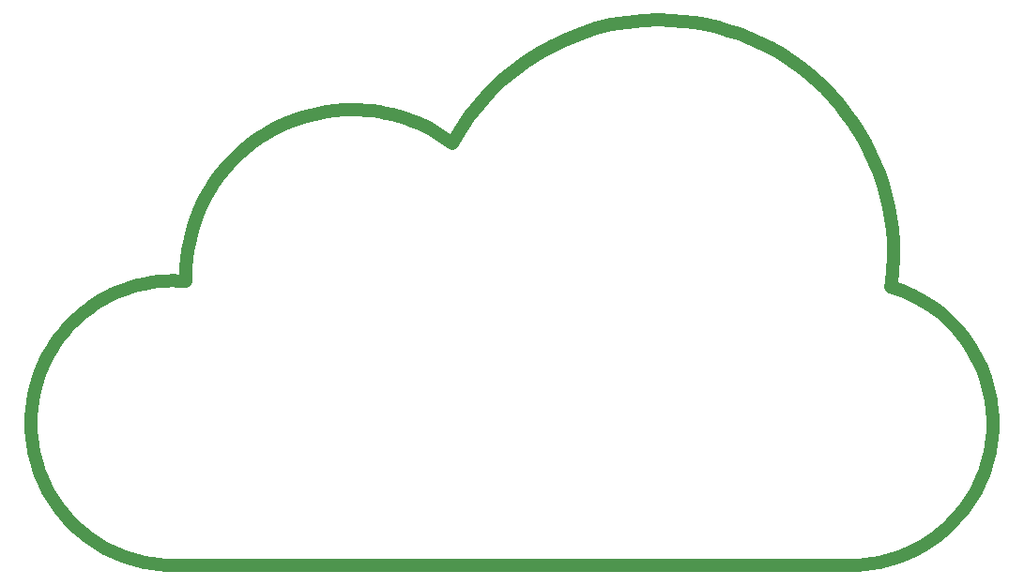
<source format=gbr>
%TF.GenerationSoftware,KiCad,Pcbnew,9.0.7*%
%TF.CreationDate,2026-02-06T14:56:06-05:00*%
%TF.ProjectId,555timerCES,35353574-696d-4657-9243-45532e6b6963,rev?*%
%TF.SameCoordinates,Original*%
%TF.FileFunction,Profile,NP*%
%FSLAX46Y46*%
G04 Gerber Fmt 4.6, Leading zero omitted, Abs format (unit mm)*
G04 Created by KiCad (PCBNEW 9.0.7) date 2026-02-06 14:56:06*
%MOMM*%
%LPD*%
G01*
G04 APERTURE LIST*
%TA.AperFunction,Profile*%
%ADD10C,1.172994*%
%TD*%
G04 APERTURE END LIST*
D10*
X229613437Y-56705721D02*
X230687175Y-56787370D01*
X231745301Y-56921826D01*
X232786487Y-57107763D01*
X233809404Y-57343852D01*
X234812725Y-57628763D01*
X235795120Y-57961169D01*
X236755261Y-58339741D01*
X237691819Y-58763150D01*
X238603467Y-59230069D01*
X239488876Y-59739168D01*
X240346717Y-60289120D01*
X241175662Y-60878595D01*
X241974383Y-61506266D01*
X242741550Y-62170804D01*
X243475836Y-62870880D01*
X244175912Y-63605166D01*
X244840449Y-64372334D01*
X245468120Y-65171054D01*
X246057595Y-66000000D01*
X246607547Y-66857841D01*
X247116646Y-67743250D01*
X247583565Y-68654899D01*
X248006974Y-69591458D01*
X248385546Y-70551600D01*
X248717952Y-71533995D01*
X249002864Y-72537316D01*
X249238952Y-73560234D01*
X249424889Y-74601420D01*
X249559347Y-75659547D01*
X249640996Y-76733285D01*
X249668508Y-77821306D01*
X249662199Y-78190984D01*
X249649430Y-78560410D01*
X249630208Y-78929500D01*
X249604538Y-79298169D01*
X249572428Y-79666333D01*
X249533885Y-80033906D01*
X249488913Y-80400806D01*
X249437520Y-80766947D01*
X249943974Y-80928453D01*
X250440021Y-81109353D01*
X251399412Y-81527341D01*
X252312722Y-82016932D01*
X253176980Y-82574150D01*
X253989215Y-83195016D01*
X254746457Y-83875553D01*
X255445734Y-84611782D01*
X256084076Y-85399725D01*
X256658511Y-86235406D01*
X257166069Y-87114845D01*
X257603778Y-88034065D01*
X257968669Y-88989088D01*
X258257769Y-89975937D01*
X258468108Y-90990633D01*
X258596715Y-92029199D01*
X258629440Y-92556189D01*
X258640619Y-93087656D01*
X258623868Y-93749304D01*
X258574196Y-94402265D01*
X258492410Y-95045731D01*
X258379318Y-95678895D01*
X258235728Y-96300948D01*
X258062448Y-96911083D01*
X257860286Y-97508492D01*
X257630050Y-98092367D01*
X257372547Y-98661901D01*
X257088586Y-99216284D01*
X256778974Y-99754710D01*
X256444519Y-100276371D01*
X256086030Y-100780459D01*
X255704314Y-101266165D01*
X255300179Y-101732683D01*
X254874432Y-102179204D01*
X254427883Y-102604921D01*
X253961338Y-103009025D01*
X253475606Y-103390709D01*
X252971495Y-103749165D01*
X252449811Y-104083585D01*
X251911365Y-104393162D01*
X251356962Y-104677087D01*
X250787412Y-104934552D01*
X250203521Y-105164750D01*
X249606099Y-105366873D01*
X248995952Y-105540113D01*
X248373889Y-105683663D01*
X247740718Y-105796713D01*
X247097246Y-105878458D01*
X246444281Y-105928088D01*
X245782632Y-105944795D01*
X184719774Y-105944795D01*
X184058124Y-105928088D01*
X183405159Y-105878458D01*
X182761686Y-105796713D01*
X182128514Y-105683663D01*
X181506451Y-105540113D01*
X180896304Y-105366873D01*
X180298881Y-105164750D01*
X179714990Y-104934552D01*
X179145440Y-104677087D01*
X178591037Y-104393162D01*
X178052590Y-104083585D01*
X177530907Y-103749165D01*
X177026795Y-103390709D01*
X176541063Y-103009025D01*
X176074518Y-102604921D01*
X175627969Y-102179204D01*
X175202222Y-101732683D01*
X174798087Y-101266165D01*
X174416371Y-100780459D01*
X174057881Y-100276371D01*
X173723427Y-99754710D01*
X173413815Y-99216284D01*
X173129853Y-98661901D01*
X172872350Y-98092367D01*
X172642113Y-97508492D01*
X172439951Y-96911083D01*
X172266670Y-96300948D01*
X172123080Y-95678895D01*
X172009987Y-95045731D01*
X171928200Y-94402265D01*
X171878527Y-93749304D01*
X171861776Y-93087656D01*
X171878485Y-92425976D01*
X171928118Y-91772982D01*
X172009869Y-91129482D01*
X172122930Y-90496284D01*
X172266491Y-89874196D01*
X172439746Y-89264025D01*
X172641885Y-88666580D01*
X172872103Y-88082669D01*
X173129589Y-87513099D01*
X173413537Y-86958679D01*
X173723138Y-86420217D01*
X174057584Y-85898520D01*
X174416068Y-85394397D01*
X174797782Y-84908656D01*
X175201916Y-84442104D01*
X175627665Y-83995550D01*
X176074219Y-83569801D01*
X176540770Y-83165665D01*
X177026511Y-82783952D01*
X177530634Y-82425467D01*
X178052330Y-82091020D01*
X178590792Y-81781419D01*
X179145212Y-81497471D01*
X179714781Y-81239984D01*
X180298692Y-81009767D01*
X180896137Y-80807627D01*
X181506308Y-80634372D01*
X182128397Y-80490811D01*
X182761595Y-80377751D01*
X183405096Y-80296000D01*
X184058090Y-80246366D01*
X184719771Y-80229658D01*
X184861270Y-80231280D01*
X185002729Y-80234456D01*
X185144137Y-80239185D01*
X185285479Y-80245468D01*
X185426744Y-80253304D01*
X185567918Y-80262694D01*
X185708989Y-80273638D01*
X185849943Y-80286135D01*
X185844245Y-80167913D01*
X185839462Y-80049648D01*
X185835637Y-79931349D01*
X185832814Y-79813024D01*
X185852380Y-79039217D01*
X185910447Y-78275569D01*
X186006073Y-77523023D01*
X186138311Y-76782525D01*
X186306217Y-76055020D01*
X186508847Y-75341452D01*
X186745255Y-74642767D01*
X187014496Y-73959909D01*
X187315627Y-73293823D01*
X187647701Y-72645453D01*
X188009775Y-72015745D01*
X188400903Y-71405644D01*
X188820141Y-70816093D01*
X189266544Y-70248039D01*
X189739166Y-69702425D01*
X190237064Y-69180197D01*
X190759292Y-68682300D01*
X191304906Y-68209677D01*
X191872960Y-67763275D01*
X192462510Y-67344037D01*
X193072612Y-66952910D01*
X193702320Y-66590836D01*
X194350689Y-66258762D01*
X195016775Y-65957632D01*
X195699633Y-65688391D01*
X196398318Y-65451984D01*
X197111885Y-65249355D01*
X197839390Y-65081449D01*
X198579888Y-64949212D01*
X199332433Y-64853588D01*
X200096081Y-64795521D01*
X200869888Y-64775957D01*
X201480439Y-64789585D01*
X202088164Y-64827843D01*
X202692363Y-64890494D01*
X203292333Y-64977303D01*
X203887375Y-65088034D01*
X204476787Y-65222450D01*
X205059867Y-65380316D01*
X205635916Y-65561396D01*
X206204231Y-65765454D01*
X206764112Y-65992253D01*
X207314857Y-66241559D01*
X207855766Y-66513134D01*
X208386138Y-66806744D01*
X208905271Y-67122152D01*
X209412465Y-67459122D01*
X209907018Y-67817419D01*
X210637493Y-66562355D01*
X211445129Y-65370196D01*
X212325767Y-64243430D01*
X213275249Y-63184545D01*
X214289418Y-62196028D01*
X215364116Y-61280367D01*
X216495184Y-60440051D01*
X217678464Y-59677568D01*
X218909799Y-58995404D01*
X220185030Y-58396049D01*
X221500000Y-57881990D01*
X222850551Y-57455715D01*
X224232524Y-57119712D01*
X225641762Y-56876469D01*
X227074106Y-56728474D01*
X228525399Y-56678215D01*
X228525417Y-56678209D01*
X229613437Y-56705721D01*
M02*

</source>
